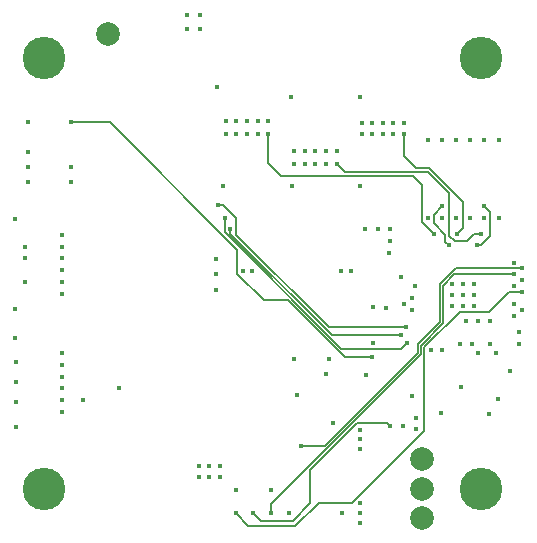
<source format=gbr>
%TF.GenerationSoftware,KiCad,Pcbnew,9.0.3*%
%TF.CreationDate,2025-07-31T21:13:17-04:00*%
%TF.ProjectId,motor-controller,6d6f746f-722d-4636-9f6e-74726f6c6c65,1*%
%TF.SameCoordinates,Original*%
%TF.FileFunction,Copper,L5,Inr*%
%TF.FilePolarity,Positive*%
%FSLAX46Y46*%
G04 Gerber Fmt 4.6, Leading zero omitted, Abs format (unit mm)*
G04 Created by KiCad (PCBNEW 9.0.3) date 2025-07-31 21:13:17*
%MOMM*%
%LPD*%
G01*
G04 APERTURE LIST*
%TA.AperFunction,ComponentPad*%
%ADD10C,3.600000*%
%TD*%
%TA.AperFunction,ViaPad*%
%ADD11C,0.450000*%
%TD*%
%TA.AperFunction,ViaPad*%
%ADD12C,2.000000*%
%TD*%
%TA.AperFunction,Conductor*%
%ADD13C,0.200000*%
%TD*%
%TA.AperFunction,Conductor*%
%ADD14C,0.153000*%
%TD*%
G04 APERTURE END LIST*
D10*
%TO.N,N/C*%
%TO.C,H2*%
X228500000Y-129000000D03*
%TD*%
%TO.N,N/C*%
%TO.C,H1*%
X191500000Y-129000000D03*
%TD*%
%TO.N,N/C*%
%TO.C,H3*%
X191500000Y-165500000D03*
%TD*%
%TO.N,N/C*%
%TO.C,H4*%
X228500000Y-165500000D03*
%TD*%
D11*
%TO.N,/motor_driver/MOTOR_{U}*%
X212700000Y-138000000D03*
X213600000Y-138000000D03*
X216300000Y-136900000D03*
X212700000Y-136900000D03*
X215400000Y-138000000D03*
X215400000Y-136900000D03*
X216300000Y-138000000D03*
X214500000Y-136900000D03*
X228520000Y-143900000D03*
X213600000Y-136900000D03*
X214500000Y-138000000D03*
D12*
%TO.N,GND*%
X223500000Y-165500000D03*
D11*
X227900000Y-149100000D03*
X216750000Y-167575000D03*
X222900000Y-148350000D03*
X220500000Y-150169999D03*
X189940000Y-148000000D03*
X204650000Y-164550000D03*
X227000000Y-149100000D03*
X227000000Y-150000000D03*
X231350000Y-149850000D03*
X189150000Y-154800000D03*
X227900000Y-150000000D03*
X231750000Y-153230000D03*
X189150000Y-158200000D03*
X204650000Y-163550000D03*
X220850000Y-143490000D03*
X207750000Y-165590001D03*
X224250000Y-153750000D03*
X226100000Y-148200000D03*
X229250000Y-151270000D03*
X227900000Y-148200000D03*
X205500000Y-164550000D03*
X189940000Y-146000000D03*
X212720000Y-154500000D03*
X203600000Y-126600000D03*
X206400000Y-163550000D03*
X203600000Y-125400000D03*
X229950000Y-157900000D03*
X193000001Y-149000000D03*
X205500000Y-163550000D03*
X206400000Y-164550000D03*
X190180000Y-134460000D03*
X189100000Y-152700000D03*
X216625000Y-147100000D03*
X189125000Y-160300000D03*
X223000000Y-160480000D03*
X189150000Y-156500000D03*
X215350000Y-155800001D03*
X227250000Y-151270000D03*
X215680000Y-154500000D03*
X227000000Y-148200000D03*
X219800000Y-143520000D03*
X204700000Y-125400000D03*
X221700000Y-147550000D03*
X190180000Y-138270000D03*
X193000001Y-154000000D03*
X189100000Y-142700000D03*
X206100000Y-148650000D03*
X204700000Y-126600000D03*
X222700000Y-157687500D03*
X221900000Y-160199999D03*
X189100000Y-150300000D03*
X190200000Y-137000000D03*
X228250000Y-151270000D03*
X216000000Y-159930000D03*
X226850000Y-156900000D03*
X226100000Y-150000000D03*
X231000000Y-155500000D03*
X226100000Y-149100000D03*
X219350000Y-150140001D03*
X225150000Y-159100000D03*
D12*
%TO.N,+BATT*%
X196900000Y-127000000D03*
D11*
X219350000Y-153159999D03*
X197825000Y-156950000D03*
X229200000Y-159150000D03*
%TO.N,+3V0*%
X225230000Y-153750000D03*
X220725000Y-145540001D03*
X218750000Y-155875001D03*
X218725000Y-143490001D03*
D12*
X223500000Y-163000000D03*
D11*
%TO.N,/motor_driver/MOTOR_{V}*%
X220200000Y-135500000D03*
X222000000Y-135500000D03*
X221100000Y-135500000D03*
X219300000Y-135500000D03*
X218400000Y-135500000D03*
X221100000Y-134500000D03*
X218400000Y-134500000D03*
X220200000Y-134500000D03*
X222000000Y-134500000D03*
X226520000Y-143900000D03*
X219300000Y-134500000D03*
%TO.N,/motor_driver/MOTOR_{W}*%
X210500000Y-135500000D03*
X207800000Y-135500000D03*
X224520000Y-143900000D03*
X209600000Y-134400000D03*
X206900000Y-135500000D03*
X206900000Y-134400000D03*
X207800000Y-134400000D03*
X208700000Y-135500000D03*
X210500000Y-134400000D03*
X209600000Y-135500000D03*
X208700000Y-134400000D03*
%TO.N,Net-(U1E-OC_COMP)*%
X220825000Y-144525000D03*
%TO.N,/motor_driver/NRST*%
X226750000Y-153250000D03*
X223000000Y-159520000D03*
X193820000Y-134460000D03*
X219250000Y-154375000D03*
%TO.N,/motor_driver/OSC32_N*%
X229250000Y-153250000D03*
%TO.N,/motor_driver/OSC32_P*%
X229750000Y-154000000D03*
%TO.N,/motor_driver/OSC_N*%
X227750000Y-153250000D03*
%TO.N,/motor_driver/OSC_P*%
X228250000Y-154000000D03*
%TO.N,Net-(D1B-K)*%
X228200000Y-144900000D03*
X228800000Y-141590001D03*
%TO.N,Net-(D2B-K)*%
X225800000Y-144900000D03*
X225200000Y-141590001D03*
%TO.N,+3V3*%
X189940001Y-145000000D03*
X231750000Y-152270000D03*
X217525000Y-147100000D03*
X210750000Y-165590001D03*
X190180000Y-139540000D03*
X193000001Y-159000000D03*
X212950000Y-157575000D03*
X194859999Y-158000000D03*
X218250000Y-162150000D03*
X218250000Y-161300000D03*
X218250000Y-160500000D03*
D12*
X223500000Y-168000000D03*
D11*
X193000001Y-144000000D03*
%TO.N,/motor_driver/VEL_ENC_{~{DET}}*%
X222650000Y-150350000D03*
X193000000Y-158000000D03*
%TO.N,/encoder/VEL_ENC.B*%
X222650000Y-149350000D03*
X193000000Y-156000000D03*
%TO.N,/encoder/VEL_ENC.A*%
X222000000Y-149850000D03*
X193000000Y-157000000D03*
%TO.N,/encoder/VEL_ENC.Z*%
X231350000Y-150850000D03*
X193000000Y-155000000D03*
%TO.N,/encoder/MOSI*%
X193000000Y-148000000D03*
X209150000Y-147100000D03*
%TO.N,/encoder/SCK*%
X208350000Y-147100000D03*
X193000000Y-146000000D03*
%TO.N,/encoder/MISO*%
X193000000Y-147000000D03*
X206100000Y-147350000D03*
%TO.N,/encoder/CSn*%
X206100000Y-146050000D03*
X193000000Y-145000000D03*
%TO.N,/BOOT_UART.RST*%
X220800000Y-160209999D03*
X209250000Y-167575000D03*
%TO.N,Net-(Q1-G)*%
X212445000Y-132300000D03*
X228800000Y-142609999D03*
X228800000Y-135990001D03*
%TO.N,Net-(Q2-G)*%
X230000000Y-135990001D03*
X230000000Y-142609999D03*
X212495001Y-139900000D03*
%TO.N,Net-(Q3-G)*%
X218295001Y-132300000D03*
X226400000Y-142609999D03*
X226400000Y-135990001D03*
%TO.N,/motor_driver/LED_{WARN}*%
X232000000Y-150350000D03*
%TO.N,Net-(Q4-G)*%
X227600000Y-142609999D03*
X218295001Y-139900000D03*
X227600000Y-135990001D03*
%TO.N,Net-(Q5-G)*%
X206175000Y-131450000D03*
X224000000Y-142609999D03*
X224000000Y-135990001D03*
%TO.N,Net-(Q6-G)*%
X206695001Y-139900000D03*
X225200000Y-142609999D03*
X225200000Y-135990001D03*
%TO.N,/motor_driver/LED_{FW_READY}*%
X231350000Y-148350000D03*
%TO.N,/motor_driver/LED_{ERROR}*%
X232000000Y-147850000D03*
%TO.N,/motor_driver/HALL_{1}*%
X222250000Y-153153500D03*
X206800000Y-142550000D03*
%TO.N,/motor_driver/HALL_{2}*%
X221750000Y-152525000D03*
X207300000Y-143500000D03*
%TO.N,/motor_driver/HALL_{3}*%
X206250000Y-141500000D03*
X222200000Y-151850000D03*
%TO.N,/BOOT_UART.RX*%
X210750000Y-167575000D03*
X231350000Y-147350000D03*
%TO.N,Net-(J5-Pin_8)*%
X212250000Y-167575000D03*
%TO.N,/BOOT_UART.BOOT0*%
X207750000Y-167575000D03*
X232000000Y-148850000D03*
%TO.N,/motor_driver/SWCLK*%
X213259999Y-161850000D03*
X193820000Y-138270000D03*
X232000000Y-146850000D03*
%TO.N,Net-(D7-A1)*%
X218250000Y-166750000D03*
X218250000Y-168400000D03*
X218250000Y-167575000D03*
%TO.N,/motor_driver/SWDIO*%
X193820000Y-139540000D03*
X231350000Y-146350000D03*
%TD*%
D13*
%TO.N,/motor_driver/MOTOR_{U}*%
X227950000Y-143900000D02*
X227300000Y-144550000D01*
X226277000Y-144550000D02*
X225800000Y-144073000D01*
X224010448Y-138698000D02*
X216998000Y-138698000D01*
X225800000Y-144073000D02*
X225800000Y-140487552D01*
X225800000Y-140487552D02*
X224010448Y-138698000D01*
X228520000Y-143900000D02*
X227950000Y-143900000D01*
X227300000Y-144550000D02*
X226277000Y-144550000D01*
X216998000Y-138698000D02*
X216300000Y-138000000D01*
%TO.N,/motor_driver/MOTOR_{V}*%
X224145896Y-138371000D02*
X223021000Y-138371000D01*
X226975000Y-141200104D02*
X224145896Y-138371000D01*
X223021000Y-138371000D02*
X222000000Y-137350000D01*
X222000000Y-137350000D02*
X222000000Y-135500000D01*
X226520000Y-143900000D02*
X226975000Y-143445000D01*
X226975000Y-143445000D02*
X226975000Y-141200104D01*
%TO.N,/motor_driver/MOTOR_{W}*%
X223496000Y-139746000D02*
X222775000Y-139025000D01*
X223496000Y-142876000D02*
X223496000Y-139746000D01*
X224520000Y-143900000D02*
X223496000Y-142876000D01*
X222775000Y-139025000D02*
X211600000Y-139025000D01*
X211600000Y-139025000D02*
X210500000Y-137925000D01*
X210500000Y-137925000D02*
X210500000Y-135500000D01*
D14*
%TO.N,/motor_driver/NRST*%
X207869500Y-147299030D02*
X207869500Y-145257440D01*
X197072060Y-134460000D02*
X193820000Y-134460000D01*
X207869500Y-145257440D02*
X197072060Y-134460000D01*
X212150000Y-149550000D02*
X210120470Y-149550000D01*
X210120470Y-149550000D02*
X207869500Y-147299030D01*
X219250000Y-154375000D02*
X216975000Y-154375000D01*
X216975000Y-154375000D02*
X212150000Y-149550000D01*
D13*
%TO.N,Net-(D1B-K)*%
X228800000Y-141590001D02*
X229304000Y-142094001D01*
X229304000Y-144096000D02*
X228500000Y-144900000D01*
X229304000Y-142094001D02*
X229304000Y-144096000D01*
X228500000Y-144900000D02*
X228200000Y-144900000D01*
%TO.N,Net-(D2B-K)*%
X224504000Y-142286001D02*
X224504000Y-143029000D01*
X224504000Y-143029000D02*
X225473000Y-143998000D01*
X225473000Y-144573000D02*
X225800000Y-144900000D01*
X225473000Y-143998000D02*
X225473000Y-144573000D01*
X225200000Y-141590001D02*
X224504000Y-142286001D01*
D14*
%TO.N,/BOOT_UART.RST*%
X214050000Y-163901414D02*
X218001414Y-159950000D01*
X209875000Y-168200000D02*
X212600000Y-168200000D01*
X214050000Y-166750000D02*
X214050000Y-163901414D01*
X212600000Y-168200000D02*
X214050000Y-166750000D01*
X220800000Y-160200000D02*
X220800000Y-160209999D01*
X218001414Y-159950000D02*
X220550000Y-159950000D01*
X209250000Y-167575000D02*
X209875000Y-168200000D01*
X220550000Y-159950000D02*
X220800000Y-160200000D01*
%TO.N,/motor_driver/HALL_{1}*%
X206800000Y-143791960D02*
X216658040Y-153650000D01*
X221753500Y-153650000D02*
X222250000Y-153153500D01*
X216658040Y-153650000D02*
X221753500Y-153650000D01*
X206800000Y-142550000D02*
X206800000Y-143791960D01*
%TO.N,/motor_driver/HALL_{2}*%
X215929020Y-152525000D02*
X221750000Y-152525000D01*
X207300000Y-143500000D02*
X207300000Y-143895980D01*
X207300000Y-143895980D02*
X215929020Y-152525000D01*
%TO.N,/motor_driver/HALL_{3}*%
X215650000Y-151850000D02*
X222200000Y-151850000D01*
X206250000Y-141500000D02*
X206700000Y-141500000D01*
X207800000Y-142600000D02*
X207800000Y-144000000D01*
X206700000Y-141500000D02*
X207800000Y-142600000D01*
X207800000Y-144000000D02*
X215650000Y-151850000D01*
%TO.N,/BOOT_UART.RX*%
X225300000Y-148320470D02*
X225300000Y-151500000D01*
X231350000Y-147350000D02*
X226270470Y-147350000D01*
X223420000Y-154134020D02*
X210750000Y-166804020D01*
X223420000Y-153380000D02*
X223420000Y-154134020D01*
X225300000Y-151500000D02*
X223420000Y-153380000D01*
X210750000Y-166804020D02*
X210750000Y-167575000D01*
X226270470Y-147350000D02*
X225300000Y-148320470D01*
%TO.N,/BOOT_UART.BOOT0*%
X212800000Y-168650000D02*
X208825000Y-168650000D01*
X208825000Y-168650000D02*
X207750000Y-167575000D01*
X232000000Y-148850000D02*
X230850000Y-148850000D01*
X217625000Y-166675000D02*
X214775000Y-166675000D01*
X223700000Y-160600000D02*
X217625000Y-166675000D01*
X230850000Y-148850000D02*
X229200000Y-150500000D01*
X226695980Y-150500000D02*
X223700000Y-153495980D01*
X223700000Y-153495980D02*
X223700000Y-160600000D01*
X229200000Y-150500000D02*
X226695980Y-150500000D01*
X214775000Y-166675000D02*
X212800000Y-168650000D01*
%TO.N,/motor_driver/SWCLK*%
X225020000Y-148204490D02*
X225020000Y-151384020D01*
X223140000Y-154018040D02*
X215308040Y-161850000D01*
X215308040Y-161850000D02*
X213259999Y-161850000D01*
X232000000Y-146850000D02*
X226374490Y-146850000D01*
X223140000Y-153264020D02*
X223140000Y-154018040D01*
X225020000Y-151384020D02*
X223140000Y-153264020D01*
X226374490Y-146850000D02*
X225020000Y-148204490D01*
%TD*%
M02*

</source>
